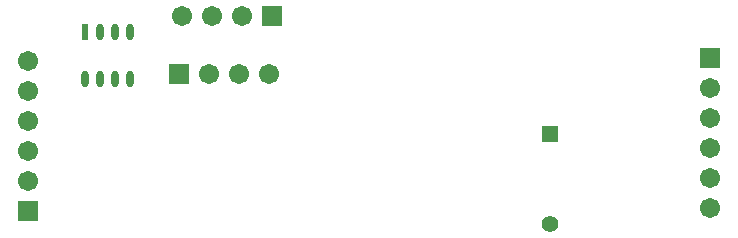
<source format=gbs>
%FSLAX25Y25*%
%MOIN*%
G70*
G01*
G75*
G04 Layer_Color=16711935*
%ADD10C,0.02000*%
%ADD11C,0.01200*%
%ADD12C,0.03000*%
%ADD13R,0.06000X0.06000*%
%ADD14R,0.06496X0.11201*%
%ADD15O,0.05906X0.01654*%
%ADD16R,0.05906X0.01654*%
%ADD17C,0.01000*%
%ADD18C,0.01500*%
%ADD19R,0.05906X0.05906*%
%ADD20C,0.05906*%
%ADD21R,0.04724X0.04724*%
%ADD22C,0.04724*%
%ADD23R,0.05906X0.05906*%
%ADD24R,0.01598X0.04724*%
%ADD25O,0.01598X0.04724*%
%ADD26C,0.00787*%
%ADD27C,0.00591*%
%ADD28R,0.06800X0.06800*%
%ADD29R,0.07296X0.12001*%
%ADD30O,0.06706X0.02454*%
%ADD31R,0.06706X0.02454*%
%ADD32R,0.06706X0.06706*%
%ADD33C,0.06706*%
%ADD34R,0.05524X0.05524*%
%ADD35C,0.05524*%
%ADD36R,0.06706X0.06706*%
%ADD37R,0.02398X0.05524*%
%ADD38O,0.02398X0.05524*%
D32*
X351500Y458000D02*
D03*
X124000Y407000D02*
D03*
D33*
X351500Y448000D02*
D03*
Y438000D02*
D03*
Y428000D02*
D03*
Y418000D02*
D03*
Y408000D02*
D03*
X124000Y417000D02*
D03*
Y427000D02*
D03*
Y437000D02*
D03*
Y447000D02*
D03*
Y457000D02*
D03*
X195500Y472000D02*
D03*
X185500D02*
D03*
X175500D02*
D03*
X184500Y452500D02*
D03*
X194500D02*
D03*
X204500D02*
D03*
D34*
X298000Y432500D02*
D03*
D35*
Y402500D02*
D03*
D36*
X205500Y472000D02*
D03*
X174500Y452500D02*
D03*
D37*
X143000Y466500D02*
D03*
D38*
X148000D02*
D03*
X153000D02*
D03*
X158000D02*
D03*
X143000Y450988D02*
D03*
X148000D02*
D03*
X153000D02*
D03*
X158000D02*
D03*
M02*

</source>
